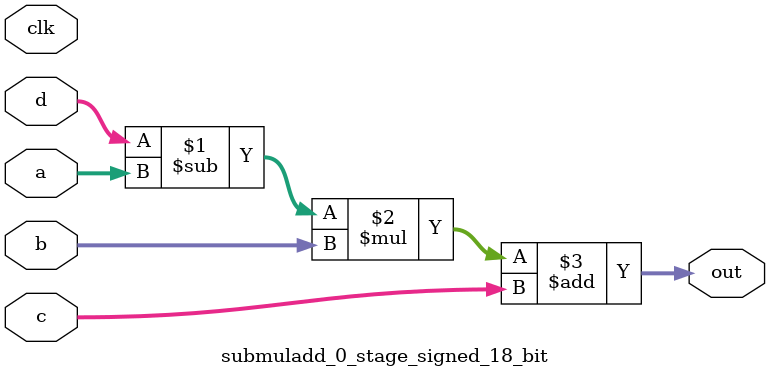
<source format=sv>
(* use_dsp = "yes" *) module submuladd_0_stage_signed_18_bit(
	input signed [17:0] a,
	input signed [17:0] b,
	input signed [17:0] c,
	input signed [17:0] d,
	output [17:0] out,
	input clk);

	assign out = ((d - a) * b) + c;
endmodule

</source>
